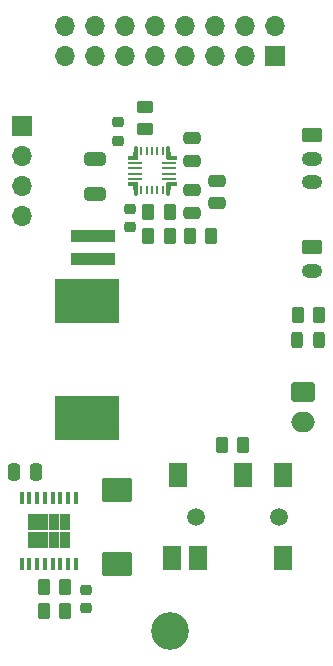
<source format=gts>
%TF.GenerationSoftware,KiCad,Pcbnew,(6.0.9)*%
%TF.CreationDate,2022-12-02T21:40:22+00:00*%
%TF.ProjectId,PowerManagement,506f7765-724d-4616-9e61-67656d656e74,rev?*%
%TF.SameCoordinates,Original*%
%TF.FileFunction,Soldermask,Top*%
%TF.FilePolarity,Negative*%
%FSLAX46Y46*%
G04 Gerber Fmt 4.6, Leading zero omitted, Abs format (unit mm)*
G04 Created by KiCad (PCBNEW (6.0.9)) date 2022-12-02 21:40:22*
%MOMM*%
%LPD*%
G01*
G04 APERTURE LIST*
G04 Aperture macros list*
%AMRoundRect*
0 Rectangle with rounded corners*
0 $1 Rounding radius*
0 $2 $3 $4 $5 $6 $7 $8 $9 X,Y pos of 4 corners*
0 Add a 4 corners polygon primitive as box body*
4,1,4,$2,$3,$4,$5,$6,$7,$8,$9,$2,$3,0*
0 Add four circle primitives for the rounded corners*
1,1,$1+$1,$2,$3*
1,1,$1+$1,$4,$5*
1,1,$1+$1,$6,$7*
1,1,$1+$1,$8,$9*
0 Add four rect primitives between the rounded corners*
20,1,$1+$1,$2,$3,$4,$5,0*
20,1,$1+$1,$4,$5,$6,$7,0*
20,1,$1+$1,$6,$7,$8,$9,0*
20,1,$1+$1,$8,$9,$2,$3,0*%
G04 Aperture macros list end*
%ADD10C,3.200000*%
%ADD11RoundRect,0.250000X-0.475000X0.250000X-0.475000X-0.250000X0.475000X-0.250000X0.475000X0.250000X0*%
%ADD12C,1.500000*%
%ADD13R,1.500000X2.000000*%
%ADD14RoundRect,0.250000X0.475000X-0.250000X0.475000X0.250000X-0.475000X0.250000X-0.475000X-0.250000X0*%
%ADD15R,1.700000X1.700000*%
%ADD16O,1.700000X1.700000*%
%ADD17RoundRect,0.225000X-0.250000X0.225000X-0.250000X-0.225000X0.250000X-0.225000X0.250000X0.225000X0*%
%ADD18RoundRect,0.250000X-0.262500X-0.450000X0.262500X-0.450000X0.262500X0.450000X-0.262500X0.450000X0*%
%ADD19RoundRect,0.250000X1.025000X-0.787500X1.025000X0.787500X-1.025000X0.787500X-1.025000X-0.787500X0*%
%ADD20RoundRect,0.225000X0.250000X-0.225000X0.250000X0.225000X-0.250000X0.225000X-0.250000X-0.225000X0*%
%ADD21RoundRect,0.250000X-0.650000X0.325000X-0.650000X-0.325000X0.650000X-0.325000X0.650000X0.325000X0*%
%ADD22RoundRect,0.250000X0.450000X-0.262500X0.450000X0.262500X-0.450000X0.262500X-0.450000X-0.262500X0*%
%ADD23RoundRect,0.250000X0.262500X0.450000X-0.262500X0.450000X-0.262500X-0.450000X0.262500X-0.450000X0*%
%ADD24RoundRect,0.250000X-0.625000X0.350000X-0.625000X-0.350000X0.625000X-0.350000X0.625000X0.350000X0*%
%ADD25O,1.750000X1.200000*%
%ADD26RoundRect,0.060000X0.140000X0.257500X-0.140000X0.257500X-0.140000X-0.257500X0.140000X-0.257500X0*%
%ADD27RoundRect,0.046500X-0.403500X-0.108500X0.403500X-0.108500X0.403500X0.108500X-0.403500X0.108500X0*%
%ADD28R,1.200000X0.200000*%
%ADD29RoundRect,0.060000X0.140000X0.255000X-0.140000X0.255000X-0.140000X-0.255000X0.140000X-0.255000X0*%
%ADD30RoundRect,0.045000X-0.405000X-0.104999X0.405000X-0.104999X0.405000X0.104999X-0.405000X0.104999X0*%
%ADD31RoundRect,0.045000X0.105000X-0.519999X0.105000X0.519999X-0.105000X0.519999X-0.105000X-0.519999X0*%
%ADD32R,0.200000X0.800000*%
%ADD33RoundRect,0.045000X0.105000X-0.520000X0.105000X0.520000X-0.105000X0.520000X-0.105000X-0.520000X0*%
%ADD34RoundRect,0.045000X0.105000X-0.514999X0.105000X0.514999X-0.105000X0.514999X-0.105000X-0.514999X0*%
%ADD35RoundRect,0.250000X0.250000X0.475000X-0.250000X0.475000X-0.250000X-0.475000X0.250000X-0.475000X0*%
%ADD36R,0.450000X1.050000*%
%ADD37R,0.895000X1.470000*%
%ADD38RoundRect,0.250000X-0.750000X0.600000X-0.750000X-0.600000X0.750000X-0.600000X0.750000X0.600000X0*%
%ADD39O,2.000000X1.700000*%
%ADD40R,3.800000X1.050000*%
%ADD41R,5.500000X3.850000*%
%ADD42RoundRect,0.243750X-0.243750X-0.456250X0.243750X-0.456250X0.243750X0.456250X-0.243750X0.456250X0*%
G04 APERTURE END LIST*
D10*
%TO.C,REF\u002A\u002A*%
X35000000Y-75500000D03*
%TD*%
D11*
%TO.C,C6*%
X36900000Y-33750000D03*
X36900000Y-35650000D03*
%TD*%
D12*
%TO.C,J2*%
X37214000Y-65796000D03*
X44214000Y-65796000D03*
D13*
X44614000Y-62296000D03*
X44614000Y-69296000D03*
X41214000Y-62296000D03*
X37414000Y-69296000D03*
X35214000Y-69296000D03*
X35714000Y-62296000D03*
%TD*%
D14*
%TO.C,C1*%
X36900000Y-40050000D03*
X36900000Y-38150000D03*
%TD*%
D15*
%TO.C,J1*%
X22500000Y-32700000D03*
D16*
X22500000Y-35240000D03*
X22500000Y-37780000D03*
X22500000Y-40320000D03*
%TD*%
D17*
%TO.C,C3*%
X31620000Y-39745000D03*
X31620000Y-41295000D03*
%TD*%
D18*
%TO.C,R9*%
X24337500Y-73750000D03*
X26162500Y-73750000D03*
%TD*%
D19*
%TO.C,C8*%
X30516000Y-69797500D03*
X30516000Y-63572500D03*
%TD*%
D20*
%TO.C,C5*%
X30600000Y-33975000D03*
X30600000Y-32425000D03*
%TD*%
D21*
%TO.C,C2*%
X28700000Y-35525000D03*
X28700000Y-38475000D03*
%TD*%
D22*
%TO.C,R6*%
X32920000Y-32967500D03*
X32920000Y-31142500D03*
%TD*%
D18*
%TO.C,R3*%
X33187500Y-42000000D03*
X35012500Y-42000000D03*
%TD*%
D23*
%TO.C,R8*%
X26162500Y-71750000D03*
X24337500Y-71750000D03*
%TD*%
%TO.C,R1*%
X41207500Y-59700000D03*
X39382500Y-59700000D03*
%TD*%
D24*
%TO.C,J5*%
X47050000Y-33500000D03*
D25*
X47050000Y-35500000D03*
X47050000Y-37500000D03*
%TD*%
D26*
%TO.C,U1*%
X32100000Y-35237500D03*
D27*
X31850000Y-35399998D03*
D28*
X32050000Y-35850000D03*
X32050000Y-36299999D03*
X32050000Y-36750001D03*
X32050000Y-37200000D03*
D29*
X32100000Y-37810000D03*
D30*
X31850000Y-37645000D03*
D31*
X32150000Y-38059999D03*
D32*
X32599999Y-38174999D03*
X33050001Y-38174999D03*
X33500000Y-38174999D03*
X33949999Y-38174999D03*
X34400001Y-38174999D03*
D33*
X34850000Y-38065000D03*
D27*
X35150000Y-37650002D03*
D29*
X34900000Y-37810000D03*
D28*
X34950000Y-37200000D03*
X34950000Y-36750001D03*
X34950000Y-36299999D03*
X34950000Y-35850000D03*
D29*
X34900000Y-35240000D03*
D27*
X35150000Y-35400001D03*
D34*
X34850000Y-34995000D03*
D32*
X34400001Y-34875001D03*
X33949999Y-34875001D03*
X33500000Y-34875001D03*
X33050001Y-34875001D03*
X32599999Y-34875001D03*
D31*
X32150000Y-34985000D03*
%TD*%
D23*
%TO.C,R4*%
X38512500Y-42000000D03*
X36687500Y-42000000D03*
%TD*%
%TO.C,R5*%
X47650000Y-48700000D03*
X45825000Y-48700000D03*
%TD*%
%TO.C,R2*%
X35012500Y-40000000D03*
X33187500Y-40000000D03*
%TD*%
D35*
%TO.C,C9*%
X23700000Y-62000000D03*
X21800000Y-62000000D03*
%TD*%
D36*
%TO.C,U2*%
X27025000Y-64225000D03*
X26375000Y-64225000D03*
X25725000Y-64225000D03*
X25075000Y-64225000D03*
X24425000Y-64225000D03*
X23775000Y-64225000D03*
X23125000Y-64225000D03*
X22475000Y-64225000D03*
X22475000Y-69775000D03*
X23125000Y-69775000D03*
X23775000Y-69775000D03*
X24425000Y-69775000D03*
X25075000Y-69775000D03*
X25725000Y-69775000D03*
X26375000Y-69775000D03*
X27025000Y-69775000D03*
D37*
X26092500Y-66265000D03*
X23407500Y-67735000D03*
X25197500Y-66265000D03*
X24302500Y-66265000D03*
X26092500Y-67735000D03*
X25197500Y-67735000D03*
X24302500Y-67735000D03*
X23407500Y-66265000D03*
%TD*%
D38*
%TO.C,J4*%
X46275000Y-55250000D03*
D39*
X46275000Y-57750000D03*
%TD*%
D40*
%TO.C,L1*%
X28500000Y-42000000D03*
X28500000Y-44000000D03*
%TD*%
D20*
%TO.C,C7*%
X27900000Y-73575000D03*
X27900000Y-72025000D03*
%TD*%
D41*
%TO.C,L2*%
X28000000Y-47550000D03*
X28000000Y-57450000D03*
%TD*%
D11*
%TO.C,C4*%
X39000000Y-37350000D03*
X39000000Y-39250000D03*
%TD*%
D24*
%TO.C,J6*%
X47050000Y-43000000D03*
D25*
X47050000Y-45000000D03*
%TD*%
D42*
%TO.C,D1*%
X45800000Y-50800000D03*
X47675000Y-50800000D03*
%TD*%
D15*
%TO.C,J3*%
X43890000Y-26770000D03*
D16*
X43890000Y-24230000D03*
X41350000Y-26770000D03*
X41350000Y-24230000D03*
X38810000Y-26770000D03*
X38810000Y-24230000D03*
X36270000Y-26770000D03*
X36270000Y-24230000D03*
X33730000Y-26770000D03*
X33730000Y-24230000D03*
X31190000Y-26770000D03*
X31190000Y-24230000D03*
X28650000Y-26770000D03*
X28650000Y-24230000D03*
X26110000Y-26770000D03*
X26110000Y-24230000D03*
%TD*%
M02*

</source>
